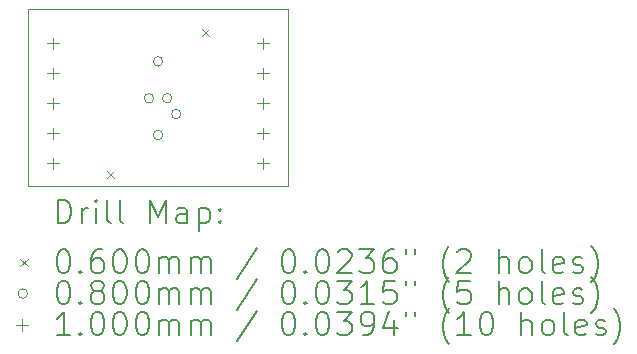
<source format=gbr>
%TF.GenerationSoftware,KiCad,Pcbnew,(6.0.9)*%
%TF.CreationDate,2024-12-23T09:20:38+09:00*%
%TF.ProjectId,Nuvistor,4e757669-7374-46f7-922e-6b696361645f,rev?*%
%TF.SameCoordinates,Original*%
%TF.FileFunction,Drillmap*%
%TF.FilePolarity,Positive*%
%FSLAX45Y45*%
G04 Gerber Fmt 4.5, Leading zero omitted, Abs format (unit mm)*
G04 Created by KiCad (PCBNEW (6.0.9)) date 2024-12-23 09:20:38*
%MOMM*%
%LPD*%
G01*
G04 APERTURE LIST*
%ADD10C,0.100000*%
%ADD11C,0.200000*%
%ADD12C,0.060000*%
%ADD13C,0.080000*%
G04 APERTURE END LIST*
D10*
X2329000Y-2292450D02*
X4529000Y-2292450D01*
X2329000Y-3792450D02*
X2329000Y-2292450D01*
X4529000Y-2292450D02*
X4529000Y-3792450D01*
X4529000Y-3792450D02*
X2329000Y-3792450D01*
D11*
D12*
X2999000Y-3662450D02*
X3059000Y-3722450D01*
X3059000Y-3662450D02*
X2999000Y-3722450D01*
X3799000Y-2462450D02*
X3859000Y-2522450D01*
X3859000Y-2462450D02*
X3799000Y-2522450D01*
D13*
X3392020Y-3048000D02*
G75*
G03*
X3392020Y-3048000I-40000J0D01*
G01*
X3469000Y-2736850D02*
G75*
G03*
X3469000Y-2736850I-40000J0D01*
G01*
X3469000Y-3359150D02*
G75*
G03*
X3469000Y-3359150I-40000J0D01*
G01*
X3545980Y-3048000D02*
G75*
G03*
X3545980Y-3048000I-40000J0D01*
G01*
X3622900Y-3181350D02*
G75*
G03*
X3622900Y-3181350I-40000J0D01*
G01*
D10*
X2540000Y-2534450D02*
X2540000Y-2634450D01*
X2490000Y-2584450D02*
X2590000Y-2584450D01*
X2540000Y-2788450D02*
X2540000Y-2888450D01*
X2490000Y-2838450D02*
X2590000Y-2838450D01*
X2540000Y-3042450D02*
X2540000Y-3142450D01*
X2490000Y-3092450D02*
X2590000Y-3092450D01*
X2540000Y-3296450D02*
X2540000Y-3396450D01*
X2490000Y-3346450D02*
X2590000Y-3346450D01*
X2540000Y-3550450D02*
X2540000Y-3650450D01*
X2490000Y-3600450D02*
X2590000Y-3600450D01*
X4318000Y-2534450D02*
X4318000Y-2634450D01*
X4268000Y-2584450D02*
X4368000Y-2584450D01*
X4318000Y-2788450D02*
X4318000Y-2888450D01*
X4268000Y-2838450D02*
X4368000Y-2838450D01*
X4318000Y-3042450D02*
X4318000Y-3142450D01*
X4268000Y-3092450D02*
X4368000Y-3092450D01*
X4318000Y-3296450D02*
X4318000Y-3396450D01*
X4268000Y-3346450D02*
X4368000Y-3346450D01*
X4318000Y-3550450D02*
X4318000Y-3650450D01*
X4268000Y-3600450D02*
X4368000Y-3600450D01*
D11*
X2581619Y-4107926D02*
X2581619Y-3907926D01*
X2629238Y-3907926D01*
X2657810Y-3917450D01*
X2676857Y-3936498D01*
X2686381Y-3955545D01*
X2695905Y-3993640D01*
X2695905Y-4022212D01*
X2686381Y-4060307D01*
X2676857Y-4079355D01*
X2657810Y-4098402D01*
X2629238Y-4107926D01*
X2581619Y-4107926D01*
X2781619Y-4107926D02*
X2781619Y-3974593D01*
X2781619Y-4012688D02*
X2791143Y-3993640D01*
X2800667Y-3984117D01*
X2819714Y-3974593D01*
X2838762Y-3974593D01*
X2905428Y-4107926D02*
X2905428Y-3974593D01*
X2905428Y-3907926D02*
X2895905Y-3917450D01*
X2905428Y-3926974D01*
X2914952Y-3917450D01*
X2905428Y-3907926D01*
X2905428Y-3926974D01*
X3029238Y-4107926D02*
X3010190Y-4098402D01*
X3000667Y-4079355D01*
X3000667Y-3907926D01*
X3134000Y-4107926D02*
X3114952Y-4098402D01*
X3105428Y-4079355D01*
X3105428Y-3907926D01*
X3362571Y-4107926D02*
X3362571Y-3907926D01*
X3429238Y-4050783D01*
X3495905Y-3907926D01*
X3495905Y-4107926D01*
X3676857Y-4107926D02*
X3676857Y-4003164D01*
X3667333Y-3984117D01*
X3648286Y-3974593D01*
X3610190Y-3974593D01*
X3591143Y-3984117D01*
X3676857Y-4098402D02*
X3657809Y-4107926D01*
X3610190Y-4107926D01*
X3591143Y-4098402D01*
X3581619Y-4079355D01*
X3581619Y-4060307D01*
X3591143Y-4041259D01*
X3610190Y-4031736D01*
X3657809Y-4031736D01*
X3676857Y-4022212D01*
X3772095Y-3974593D02*
X3772095Y-4174593D01*
X3772095Y-3984117D02*
X3791143Y-3974593D01*
X3829238Y-3974593D01*
X3848286Y-3984117D01*
X3857809Y-3993640D01*
X3867333Y-4012688D01*
X3867333Y-4069831D01*
X3857809Y-4088878D01*
X3848286Y-4098402D01*
X3829238Y-4107926D01*
X3791143Y-4107926D01*
X3772095Y-4098402D01*
X3953048Y-4088878D02*
X3962571Y-4098402D01*
X3953048Y-4107926D01*
X3943524Y-4098402D01*
X3953048Y-4088878D01*
X3953048Y-4107926D01*
X3953048Y-3984117D02*
X3962571Y-3993640D01*
X3953048Y-4003164D01*
X3943524Y-3993640D01*
X3953048Y-3984117D01*
X3953048Y-4003164D01*
D12*
X2264000Y-4407450D02*
X2324000Y-4467450D01*
X2324000Y-4407450D02*
X2264000Y-4467450D01*
D11*
X2619714Y-4327926D02*
X2638762Y-4327926D01*
X2657810Y-4337450D01*
X2667333Y-4346974D01*
X2676857Y-4366021D01*
X2686381Y-4404117D01*
X2686381Y-4451736D01*
X2676857Y-4489831D01*
X2667333Y-4508879D01*
X2657810Y-4518402D01*
X2638762Y-4527926D01*
X2619714Y-4527926D01*
X2600667Y-4518402D01*
X2591143Y-4508879D01*
X2581619Y-4489831D01*
X2572095Y-4451736D01*
X2572095Y-4404117D01*
X2581619Y-4366021D01*
X2591143Y-4346974D01*
X2600667Y-4337450D01*
X2619714Y-4327926D01*
X2772095Y-4508879D02*
X2781619Y-4518402D01*
X2772095Y-4527926D01*
X2762571Y-4518402D01*
X2772095Y-4508879D01*
X2772095Y-4527926D01*
X2953048Y-4327926D02*
X2914952Y-4327926D01*
X2895905Y-4337450D01*
X2886381Y-4346974D01*
X2867333Y-4375545D01*
X2857809Y-4413640D01*
X2857809Y-4489831D01*
X2867333Y-4508879D01*
X2876857Y-4518402D01*
X2895905Y-4527926D01*
X2934000Y-4527926D01*
X2953048Y-4518402D01*
X2962571Y-4508879D01*
X2972095Y-4489831D01*
X2972095Y-4442212D01*
X2962571Y-4423164D01*
X2953048Y-4413640D01*
X2934000Y-4404117D01*
X2895905Y-4404117D01*
X2876857Y-4413640D01*
X2867333Y-4423164D01*
X2857809Y-4442212D01*
X3095905Y-4327926D02*
X3114952Y-4327926D01*
X3134000Y-4337450D01*
X3143524Y-4346974D01*
X3153048Y-4366021D01*
X3162571Y-4404117D01*
X3162571Y-4451736D01*
X3153048Y-4489831D01*
X3143524Y-4508879D01*
X3134000Y-4518402D01*
X3114952Y-4527926D01*
X3095905Y-4527926D01*
X3076857Y-4518402D01*
X3067333Y-4508879D01*
X3057809Y-4489831D01*
X3048286Y-4451736D01*
X3048286Y-4404117D01*
X3057809Y-4366021D01*
X3067333Y-4346974D01*
X3076857Y-4337450D01*
X3095905Y-4327926D01*
X3286381Y-4327926D02*
X3305428Y-4327926D01*
X3324476Y-4337450D01*
X3334000Y-4346974D01*
X3343524Y-4366021D01*
X3353048Y-4404117D01*
X3353048Y-4451736D01*
X3343524Y-4489831D01*
X3334000Y-4508879D01*
X3324476Y-4518402D01*
X3305428Y-4527926D01*
X3286381Y-4527926D01*
X3267333Y-4518402D01*
X3257809Y-4508879D01*
X3248286Y-4489831D01*
X3238762Y-4451736D01*
X3238762Y-4404117D01*
X3248286Y-4366021D01*
X3257809Y-4346974D01*
X3267333Y-4337450D01*
X3286381Y-4327926D01*
X3438762Y-4527926D02*
X3438762Y-4394593D01*
X3438762Y-4413640D02*
X3448286Y-4404117D01*
X3467333Y-4394593D01*
X3495905Y-4394593D01*
X3514952Y-4404117D01*
X3524476Y-4423164D01*
X3524476Y-4527926D01*
X3524476Y-4423164D02*
X3534000Y-4404117D01*
X3553048Y-4394593D01*
X3581619Y-4394593D01*
X3600667Y-4404117D01*
X3610190Y-4423164D01*
X3610190Y-4527926D01*
X3705428Y-4527926D02*
X3705428Y-4394593D01*
X3705428Y-4413640D02*
X3714952Y-4404117D01*
X3734000Y-4394593D01*
X3762571Y-4394593D01*
X3781619Y-4404117D01*
X3791143Y-4423164D01*
X3791143Y-4527926D01*
X3791143Y-4423164D02*
X3800667Y-4404117D01*
X3819714Y-4394593D01*
X3848286Y-4394593D01*
X3867333Y-4404117D01*
X3876857Y-4423164D01*
X3876857Y-4527926D01*
X4267333Y-4318402D02*
X4095905Y-4575545D01*
X4524476Y-4327926D02*
X4543524Y-4327926D01*
X4562571Y-4337450D01*
X4572095Y-4346974D01*
X4581619Y-4366021D01*
X4591143Y-4404117D01*
X4591143Y-4451736D01*
X4581619Y-4489831D01*
X4572095Y-4508879D01*
X4562571Y-4518402D01*
X4543524Y-4527926D01*
X4524476Y-4527926D01*
X4505429Y-4518402D01*
X4495905Y-4508879D01*
X4486381Y-4489831D01*
X4476857Y-4451736D01*
X4476857Y-4404117D01*
X4486381Y-4366021D01*
X4495905Y-4346974D01*
X4505429Y-4337450D01*
X4524476Y-4327926D01*
X4676857Y-4508879D02*
X4686381Y-4518402D01*
X4676857Y-4527926D01*
X4667333Y-4518402D01*
X4676857Y-4508879D01*
X4676857Y-4527926D01*
X4810190Y-4327926D02*
X4829238Y-4327926D01*
X4848286Y-4337450D01*
X4857810Y-4346974D01*
X4867333Y-4366021D01*
X4876857Y-4404117D01*
X4876857Y-4451736D01*
X4867333Y-4489831D01*
X4857810Y-4508879D01*
X4848286Y-4518402D01*
X4829238Y-4527926D01*
X4810190Y-4527926D01*
X4791143Y-4518402D01*
X4781619Y-4508879D01*
X4772095Y-4489831D01*
X4762571Y-4451736D01*
X4762571Y-4404117D01*
X4772095Y-4366021D01*
X4781619Y-4346974D01*
X4791143Y-4337450D01*
X4810190Y-4327926D01*
X4953048Y-4346974D02*
X4962571Y-4337450D01*
X4981619Y-4327926D01*
X5029238Y-4327926D01*
X5048286Y-4337450D01*
X5057810Y-4346974D01*
X5067333Y-4366021D01*
X5067333Y-4385069D01*
X5057810Y-4413640D01*
X4943524Y-4527926D01*
X5067333Y-4527926D01*
X5134000Y-4327926D02*
X5257810Y-4327926D01*
X5191143Y-4404117D01*
X5219714Y-4404117D01*
X5238762Y-4413640D01*
X5248286Y-4423164D01*
X5257810Y-4442212D01*
X5257810Y-4489831D01*
X5248286Y-4508879D01*
X5238762Y-4518402D01*
X5219714Y-4527926D01*
X5162571Y-4527926D01*
X5143524Y-4518402D01*
X5134000Y-4508879D01*
X5429238Y-4327926D02*
X5391143Y-4327926D01*
X5372095Y-4337450D01*
X5362571Y-4346974D01*
X5343524Y-4375545D01*
X5334000Y-4413640D01*
X5334000Y-4489831D01*
X5343524Y-4508879D01*
X5353048Y-4518402D01*
X5372095Y-4527926D01*
X5410190Y-4527926D01*
X5429238Y-4518402D01*
X5438762Y-4508879D01*
X5448286Y-4489831D01*
X5448286Y-4442212D01*
X5438762Y-4423164D01*
X5429238Y-4413640D01*
X5410190Y-4404117D01*
X5372095Y-4404117D01*
X5353048Y-4413640D01*
X5343524Y-4423164D01*
X5334000Y-4442212D01*
X5524476Y-4327926D02*
X5524476Y-4366021D01*
X5600667Y-4327926D02*
X5600667Y-4366021D01*
X5895905Y-4604117D02*
X5886381Y-4594593D01*
X5867333Y-4566021D01*
X5857809Y-4546974D01*
X5848286Y-4518402D01*
X5838762Y-4470783D01*
X5838762Y-4432688D01*
X5848286Y-4385069D01*
X5857809Y-4356498D01*
X5867333Y-4337450D01*
X5886381Y-4308879D01*
X5895905Y-4299355D01*
X5962571Y-4346974D02*
X5972095Y-4337450D01*
X5991143Y-4327926D01*
X6038762Y-4327926D01*
X6057809Y-4337450D01*
X6067333Y-4346974D01*
X6076857Y-4366021D01*
X6076857Y-4385069D01*
X6067333Y-4413640D01*
X5953048Y-4527926D01*
X6076857Y-4527926D01*
X6314952Y-4527926D02*
X6314952Y-4327926D01*
X6400667Y-4527926D02*
X6400667Y-4423164D01*
X6391143Y-4404117D01*
X6372095Y-4394593D01*
X6343524Y-4394593D01*
X6324476Y-4404117D01*
X6314952Y-4413640D01*
X6524476Y-4527926D02*
X6505428Y-4518402D01*
X6495905Y-4508879D01*
X6486381Y-4489831D01*
X6486381Y-4432688D01*
X6495905Y-4413640D01*
X6505428Y-4404117D01*
X6524476Y-4394593D01*
X6553048Y-4394593D01*
X6572095Y-4404117D01*
X6581619Y-4413640D01*
X6591143Y-4432688D01*
X6591143Y-4489831D01*
X6581619Y-4508879D01*
X6572095Y-4518402D01*
X6553048Y-4527926D01*
X6524476Y-4527926D01*
X6705428Y-4527926D02*
X6686381Y-4518402D01*
X6676857Y-4499355D01*
X6676857Y-4327926D01*
X6857809Y-4518402D02*
X6838762Y-4527926D01*
X6800667Y-4527926D01*
X6781619Y-4518402D01*
X6772095Y-4499355D01*
X6772095Y-4423164D01*
X6781619Y-4404117D01*
X6800667Y-4394593D01*
X6838762Y-4394593D01*
X6857809Y-4404117D01*
X6867333Y-4423164D01*
X6867333Y-4442212D01*
X6772095Y-4461260D01*
X6943524Y-4518402D02*
X6962571Y-4527926D01*
X7000667Y-4527926D01*
X7019714Y-4518402D01*
X7029238Y-4499355D01*
X7029238Y-4489831D01*
X7019714Y-4470783D01*
X7000667Y-4461260D01*
X6972095Y-4461260D01*
X6953048Y-4451736D01*
X6943524Y-4432688D01*
X6943524Y-4423164D01*
X6953048Y-4404117D01*
X6972095Y-4394593D01*
X7000667Y-4394593D01*
X7019714Y-4404117D01*
X7095905Y-4604117D02*
X7105428Y-4594593D01*
X7124476Y-4566021D01*
X7134000Y-4546974D01*
X7143524Y-4518402D01*
X7153048Y-4470783D01*
X7153048Y-4432688D01*
X7143524Y-4385069D01*
X7134000Y-4356498D01*
X7124476Y-4337450D01*
X7105428Y-4308879D01*
X7095905Y-4299355D01*
D13*
X2324000Y-4701450D02*
G75*
G03*
X2324000Y-4701450I-40000J0D01*
G01*
D11*
X2619714Y-4591926D02*
X2638762Y-4591926D01*
X2657810Y-4601450D01*
X2667333Y-4610974D01*
X2676857Y-4630021D01*
X2686381Y-4668117D01*
X2686381Y-4715736D01*
X2676857Y-4753831D01*
X2667333Y-4772879D01*
X2657810Y-4782402D01*
X2638762Y-4791926D01*
X2619714Y-4791926D01*
X2600667Y-4782402D01*
X2591143Y-4772879D01*
X2581619Y-4753831D01*
X2572095Y-4715736D01*
X2572095Y-4668117D01*
X2581619Y-4630021D01*
X2591143Y-4610974D01*
X2600667Y-4601450D01*
X2619714Y-4591926D01*
X2772095Y-4772879D02*
X2781619Y-4782402D01*
X2772095Y-4791926D01*
X2762571Y-4782402D01*
X2772095Y-4772879D01*
X2772095Y-4791926D01*
X2895905Y-4677640D02*
X2876857Y-4668117D01*
X2867333Y-4658593D01*
X2857809Y-4639545D01*
X2857809Y-4630021D01*
X2867333Y-4610974D01*
X2876857Y-4601450D01*
X2895905Y-4591926D01*
X2934000Y-4591926D01*
X2953048Y-4601450D01*
X2962571Y-4610974D01*
X2972095Y-4630021D01*
X2972095Y-4639545D01*
X2962571Y-4658593D01*
X2953048Y-4668117D01*
X2934000Y-4677640D01*
X2895905Y-4677640D01*
X2876857Y-4687164D01*
X2867333Y-4696688D01*
X2857809Y-4715736D01*
X2857809Y-4753831D01*
X2867333Y-4772879D01*
X2876857Y-4782402D01*
X2895905Y-4791926D01*
X2934000Y-4791926D01*
X2953048Y-4782402D01*
X2962571Y-4772879D01*
X2972095Y-4753831D01*
X2972095Y-4715736D01*
X2962571Y-4696688D01*
X2953048Y-4687164D01*
X2934000Y-4677640D01*
X3095905Y-4591926D02*
X3114952Y-4591926D01*
X3134000Y-4601450D01*
X3143524Y-4610974D01*
X3153048Y-4630021D01*
X3162571Y-4668117D01*
X3162571Y-4715736D01*
X3153048Y-4753831D01*
X3143524Y-4772879D01*
X3134000Y-4782402D01*
X3114952Y-4791926D01*
X3095905Y-4791926D01*
X3076857Y-4782402D01*
X3067333Y-4772879D01*
X3057809Y-4753831D01*
X3048286Y-4715736D01*
X3048286Y-4668117D01*
X3057809Y-4630021D01*
X3067333Y-4610974D01*
X3076857Y-4601450D01*
X3095905Y-4591926D01*
X3286381Y-4591926D02*
X3305428Y-4591926D01*
X3324476Y-4601450D01*
X3334000Y-4610974D01*
X3343524Y-4630021D01*
X3353048Y-4668117D01*
X3353048Y-4715736D01*
X3343524Y-4753831D01*
X3334000Y-4772879D01*
X3324476Y-4782402D01*
X3305428Y-4791926D01*
X3286381Y-4791926D01*
X3267333Y-4782402D01*
X3257809Y-4772879D01*
X3248286Y-4753831D01*
X3238762Y-4715736D01*
X3238762Y-4668117D01*
X3248286Y-4630021D01*
X3257809Y-4610974D01*
X3267333Y-4601450D01*
X3286381Y-4591926D01*
X3438762Y-4791926D02*
X3438762Y-4658593D01*
X3438762Y-4677640D02*
X3448286Y-4668117D01*
X3467333Y-4658593D01*
X3495905Y-4658593D01*
X3514952Y-4668117D01*
X3524476Y-4687164D01*
X3524476Y-4791926D01*
X3524476Y-4687164D02*
X3534000Y-4668117D01*
X3553048Y-4658593D01*
X3581619Y-4658593D01*
X3600667Y-4668117D01*
X3610190Y-4687164D01*
X3610190Y-4791926D01*
X3705428Y-4791926D02*
X3705428Y-4658593D01*
X3705428Y-4677640D02*
X3714952Y-4668117D01*
X3734000Y-4658593D01*
X3762571Y-4658593D01*
X3781619Y-4668117D01*
X3791143Y-4687164D01*
X3791143Y-4791926D01*
X3791143Y-4687164D02*
X3800667Y-4668117D01*
X3819714Y-4658593D01*
X3848286Y-4658593D01*
X3867333Y-4668117D01*
X3876857Y-4687164D01*
X3876857Y-4791926D01*
X4267333Y-4582402D02*
X4095905Y-4839545D01*
X4524476Y-4591926D02*
X4543524Y-4591926D01*
X4562571Y-4601450D01*
X4572095Y-4610974D01*
X4581619Y-4630021D01*
X4591143Y-4668117D01*
X4591143Y-4715736D01*
X4581619Y-4753831D01*
X4572095Y-4772879D01*
X4562571Y-4782402D01*
X4543524Y-4791926D01*
X4524476Y-4791926D01*
X4505429Y-4782402D01*
X4495905Y-4772879D01*
X4486381Y-4753831D01*
X4476857Y-4715736D01*
X4476857Y-4668117D01*
X4486381Y-4630021D01*
X4495905Y-4610974D01*
X4505429Y-4601450D01*
X4524476Y-4591926D01*
X4676857Y-4772879D02*
X4686381Y-4782402D01*
X4676857Y-4791926D01*
X4667333Y-4782402D01*
X4676857Y-4772879D01*
X4676857Y-4791926D01*
X4810190Y-4591926D02*
X4829238Y-4591926D01*
X4848286Y-4601450D01*
X4857810Y-4610974D01*
X4867333Y-4630021D01*
X4876857Y-4668117D01*
X4876857Y-4715736D01*
X4867333Y-4753831D01*
X4857810Y-4772879D01*
X4848286Y-4782402D01*
X4829238Y-4791926D01*
X4810190Y-4791926D01*
X4791143Y-4782402D01*
X4781619Y-4772879D01*
X4772095Y-4753831D01*
X4762571Y-4715736D01*
X4762571Y-4668117D01*
X4772095Y-4630021D01*
X4781619Y-4610974D01*
X4791143Y-4601450D01*
X4810190Y-4591926D01*
X4943524Y-4591926D02*
X5067333Y-4591926D01*
X5000667Y-4668117D01*
X5029238Y-4668117D01*
X5048286Y-4677640D01*
X5057810Y-4687164D01*
X5067333Y-4706212D01*
X5067333Y-4753831D01*
X5057810Y-4772879D01*
X5048286Y-4782402D01*
X5029238Y-4791926D01*
X4972095Y-4791926D01*
X4953048Y-4782402D01*
X4943524Y-4772879D01*
X5257810Y-4791926D02*
X5143524Y-4791926D01*
X5200667Y-4791926D02*
X5200667Y-4591926D01*
X5181619Y-4620498D01*
X5162571Y-4639545D01*
X5143524Y-4649069D01*
X5438762Y-4591926D02*
X5343524Y-4591926D01*
X5334000Y-4687164D01*
X5343524Y-4677640D01*
X5362571Y-4668117D01*
X5410190Y-4668117D01*
X5429238Y-4677640D01*
X5438762Y-4687164D01*
X5448286Y-4706212D01*
X5448286Y-4753831D01*
X5438762Y-4772879D01*
X5429238Y-4782402D01*
X5410190Y-4791926D01*
X5362571Y-4791926D01*
X5343524Y-4782402D01*
X5334000Y-4772879D01*
X5524476Y-4591926D02*
X5524476Y-4630021D01*
X5600667Y-4591926D02*
X5600667Y-4630021D01*
X5895905Y-4868117D02*
X5886381Y-4858593D01*
X5867333Y-4830021D01*
X5857809Y-4810974D01*
X5848286Y-4782402D01*
X5838762Y-4734783D01*
X5838762Y-4696688D01*
X5848286Y-4649069D01*
X5857809Y-4620498D01*
X5867333Y-4601450D01*
X5886381Y-4572879D01*
X5895905Y-4563355D01*
X6067333Y-4591926D02*
X5972095Y-4591926D01*
X5962571Y-4687164D01*
X5972095Y-4677640D01*
X5991143Y-4668117D01*
X6038762Y-4668117D01*
X6057809Y-4677640D01*
X6067333Y-4687164D01*
X6076857Y-4706212D01*
X6076857Y-4753831D01*
X6067333Y-4772879D01*
X6057809Y-4782402D01*
X6038762Y-4791926D01*
X5991143Y-4791926D01*
X5972095Y-4782402D01*
X5962571Y-4772879D01*
X6314952Y-4791926D02*
X6314952Y-4591926D01*
X6400667Y-4791926D02*
X6400667Y-4687164D01*
X6391143Y-4668117D01*
X6372095Y-4658593D01*
X6343524Y-4658593D01*
X6324476Y-4668117D01*
X6314952Y-4677640D01*
X6524476Y-4791926D02*
X6505428Y-4782402D01*
X6495905Y-4772879D01*
X6486381Y-4753831D01*
X6486381Y-4696688D01*
X6495905Y-4677640D01*
X6505428Y-4668117D01*
X6524476Y-4658593D01*
X6553048Y-4658593D01*
X6572095Y-4668117D01*
X6581619Y-4677640D01*
X6591143Y-4696688D01*
X6591143Y-4753831D01*
X6581619Y-4772879D01*
X6572095Y-4782402D01*
X6553048Y-4791926D01*
X6524476Y-4791926D01*
X6705428Y-4791926D02*
X6686381Y-4782402D01*
X6676857Y-4763355D01*
X6676857Y-4591926D01*
X6857809Y-4782402D02*
X6838762Y-4791926D01*
X6800667Y-4791926D01*
X6781619Y-4782402D01*
X6772095Y-4763355D01*
X6772095Y-4687164D01*
X6781619Y-4668117D01*
X6800667Y-4658593D01*
X6838762Y-4658593D01*
X6857809Y-4668117D01*
X6867333Y-4687164D01*
X6867333Y-4706212D01*
X6772095Y-4725260D01*
X6943524Y-4782402D02*
X6962571Y-4791926D01*
X7000667Y-4791926D01*
X7019714Y-4782402D01*
X7029238Y-4763355D01*
X7029238Y-4753831D01*
X7019714Y-4734783D01*
X7000667Y-4725260D01*
X6972095Y-4725260D01*
X6953048Y-4715736D01*
X6943524Y-4696688D01*
X6943524Y-4687164D01*
X6953048Y-4668117D01*
X6972095Y-4658593D01*
X7000667Y-4658593D01*
X7019714Y-4668117D01*
X7095905Y-4868117D02*
X7105428Y-4858593D01*
X7124476Y-4830021D01*
X7134000Y-4810974D01*
X7143524Y-4782402D01*
X7153048Y-4734783D01*
X7153048Y-4696688D01*
X7143524Y-4649069D01*
X7134000Y-4620498D01*
X7124476Y-4601450D01*
X7105428Y-4572879D01*
X7095905Y-4563355D01*
D10*
X2274000Y-4915450D02*
X2274000Y-5015450D01*
X2224000Y-4965450D02*
X2324000Y-4965450D01*
D11*
X2686381Y-5055926D02*
X2572095Y-5055926D01*
X2629238Y-5055926D02*
X2629238Y-4855926D01*
X2610190Y-4884498D01*
X2591143Y-4903545D01*
X2572095Y-4913069D01*
X2772095Y-5036879D02*
X2781619Y-5046402D01*
X2772095Y-5055926D01*
X2762571Y-5046402D01*
X2772095Y-5036879D01*
X2772095Y-5055926D01*
X2905428Y-4855926D02*
X2924476Y-4855926D01*
X2943524Y-4865450D01*
X2953048Y-4874974D01*
X2962571Y-4894021D01*
X2972095Y-4932117D01*
X2972095Y-4979736D01*
X2962571Y-5017831D01*
X2953048Y-5036879D01*
X2943524Y-5046402D01*
X2924476Y-5055926D01*
X2905428Y-5055926D01*
X2886381Y-5046402D01*
X2876857Y-5036879D01*
X2867333Y-5017831D01*
X2857809Y-4979736D01*
X2857809Y-4932117D01*
X2867333Y-4894021D01*
X2876857Y-4874974D01*
X2886381Y-4865450D01*
X2905428Y-4855926D01*
X3095905Y-4855926D02*
X3114952Y-4855926D01*
X3134000Y-4865450D01*
X3143524Y-4874974D01*
X3153048Y-4894021D01*
X3162571Y-4932117D01*
X3162571Y-4979736D01*
X3153048Y-5017831D01*
X3143524Y-5036879D01*
X3134000Y-5046402D01*
X3114952Y-5055926D01*
X3095905Y-5055926D01*
X3076857Y-5046402D01*
X3067333Y-5036879D01*
X3057809Y-5017831D01*
X3048286Y-4979736D01*
X3048286Y-4932117D01*
X3057809Y-4894021D01*
X3067333Y-4874974D01*
X3076857Y-4865450D01*
X3095905Y-4855926D01*
X3286381Y-4855926D02*
X3305428Y-4855926D01*
X3324476Y-4865450D01*
X3334000Y-4874974D01*
X3343524Y-4894021D01*
X3353048Y-4932117D01*
X3353048Y-4979736D01*
X3343524Y-5017831D01*
X3334000Y-5036879D01*
X3324476Y-5046402D01*
X3305428Y-5055926D01*
X3286381Y-5055926D01*
X3267333Y-5046402D01*
X3257809Y-5036879D01*
X3248286Y-5017831D01*
X3238762Y-4979736D01*
X3238762Y-4932117D01*
X3248286Y-4894021D01*
X3257809Y-4874974D01*
X3267333Y-4865450D01*
X3286381Y-4855926D01*
X3438762Y-5055926D02*
X3438762Y-4922593D01*
X3438762Y-4941640D02*
X3448286Y-4932117D01*
X3467333Y-4922593D01*
X3495905Y-4922593D01*
X3514952Y-4932117D01*
X3524476Y-4951164D01*
X3524476Y-5055926D01*
X3524476Y-4951164D02*
X3534000Y-4932117D01*
X3553048Y-4922593D01*
X3581619Y-4922593D01*
X3600667Y-4932117D01*
X3610190Y-4951164D01*
X3610190Y-5055926D01*
X3705428Y-5055926D02*
X3705428Y-4922593D01*
X3705428Y-4941640D02*
X3714952Y-4932117D01*
X3734000Y-4922593D01*
X3762571Y-4922593D01*
X3781619Y-4932117D01*
X3791143Y-4951164D01*
X3791143Y-5055926D01*
X3791143Y-4951164D02*
X3800667Y-4932117D01*
X3819714Y-4922593D01*
X3848286Y-4922593D01*
X3867333Y-4932117D01*
X3876857Y-4951164D01*
X3876857Y-5055926D01*
X4267333Y-4846402D02*
X4095905Y-5103545D01*
X4524476Y-4855926D02*
X4543524Y-4855926D01*
X4562571Y-4865450D01*
X4572095Y-4874974D01*
X4581619Y-4894021D01*
X4591143Y-4932117D01*
X4591143Y-4979736D01*
X4581619Y-5017831D01*
X4572095Y-5036879D01*
X4562571Y-5046402D01*
X4543524Y-5055926D01*
X4524476Y-5055926D01*
X4505429Y-5046402D01*
X4495905Y-5036879D01*
X4486381Y-5017831D01*
X4476857Y-4979736D01*
X4476857Y-4932117D01*
X4486381Y-4894021D01*
X4495905Y-4874974D01*
X4505429Y-4865450D01*
X4524476Y-4855926D01*
X4676857Y-5036879D02*
X4686381Y-5046402D01*
X4676857Y-5055926D01*
X4667333Y-5046402D01*
X4676857Y-5036879D01*
X4676857Y-5055926D01*
X4810190Y-4855926D02*
X4829238Y-4855926D01*
X4848286Y-4865450D01*
X4857810Y-4874974D01*
X4867333Y-4894021D01*
X4876857Y-4932117D01*
X4876857Y-4979736D01*
X4867333Y-5017831D01*
X4857810Y-5036879D01*
X4848286Y-5046402D01*
X4829238Y-5055926D01*
X4810190Y-5055926D01*
X4791143Y-5046402D01*
X4781619Y-5036879D01*
X4772095Y-5017831D01*
X4762571Y-4979736D01*
X4762571Y-4932117D01*
X4772095Y-4894021D01*
X4781619Y-4874974D01*
X4791143Y-4865450D01*
X4810190Y-4855926D01*
X4943524Y-4855926D02*
X5067333Y-4855926D01*
X5000667Y-4932117D01*
X5029238Y-4932117D01*
X5048286Y-4941640D01*
X5057810Y-4951164D01*
X5067333Y-4970212D01*
X5067333Y-5017831D01*
X5057810Y-5036879D01*
X5048286Y-5046402D01*
X5029238Y-5055926D01*
X4972095Y-5055926D01*
X4953048Y-5046402D01*
X4943524Y-5036879D01*
X5162571Y-5055926D02*
X5200667Y-5055926D01*
X5219714Y-5046402D01*
X5229238Y-5036879D01*
X5248286Y-5008307D01*
X5257810Y-4970212D01*
X5257810Y-4894021D01*
X5248286Y-4874974D01*
X5238762Y-4865450D01*
X5219714Y-4855926D01*
X5181619Y-4855926D01*
X5162571Y-4865450D01*
X5153048Y-4874974D01*
X5143524Y-4894021D01*
X5143524Y-4941640D01*
X5153048Y-4960688D01*
X5162571Y-4970212D01*
X5181619Y-4979736D01*
X5219714Y-4979736D01*
X5238762Y-4970212D01*
X5248286Y-4960688D01*
X5257810Y-4941640D01*
X5429238Y-4922593D02*
X5429238Y-5055926D01*
X5381619Y-4846402D02*
X5334000Y-4989260D01*
X5457810Y-4989260D01*
X5524476Y-4855926D02*
X5524476Y-4894021D01*
X5600667Y-4855926D02*
X5600667Y-4894021D01*
X5895905Y-5132117D02*
X5886381Y-5122593D01*
X5867333Y-5094021D01*
X5857809Y-5074974D01*
X5848286Y-5046402D01*
X5838762Y-4998783D01*
X5838762Y-4960688D01*
X5848286Y-4913069D01*
X5857809Y-4884498D01*
X5867333Y-4865450D01*
X5886381Y-4836879D01*
X5895905Y-4827355D01*
X6076857Y-5055926D02*
X5962571Y-5055926D01*
X6019714Y-5055926D02*
X6019714Y-4855926D01*
X6000667Y-4884498D01*
X5981619Y-4903545D01*
X5962571Y-4913069D01*
X6200667Y-4855926D02*
X6219714Y-4855926D01*
X6238762Y-4865450D01*
X6248286Y-4874974D01*
X6257809Y-4894021D01*
X6267333Y-4932117D01*
X6267333Y-4979736D01*
X6257809Y-5017831D01*
X6248286Y-5036879D01*
X6238762Y-5046402D01*
X6219714Y-5055926D01*
X6200667Y-5055926D01*
X6181619Y-5046402D01*
X6172095Y-5036879D01*
X6162571Y-5017831D01*
X6153048Y-4979736D01*
X6153048Y-4932117D01*
X6162571Y-4894021D01*
X6172095Y-4874974D01*
X6181619Y-4865450D01*
X6200667Y-4855926D01*
X6505428Y-5055926D02*
X6505428Y-4855926D01*
X6591143Y-5055926D02*
X6591143Y-4951164D01*
X6581619Y-4932117D01*
X6562571Y-4922593D01*
X6534000Y-4922593D01*
X6514952Y-4932117D01*
X6505428Y-4941640D01*
X6714952Y-5055926D02*
X6695905Y-5046402D01*
X6686381Y-5036879D01*
X6676857Y-5017831D01*
X6676857Y-4960688D01*
X6686381Y-4941640D01*
X6695905Y-4932117D01*
X6714952Y-4922593D01*
X6743524Y-4922593D01*
X6762571Y-4932117D01*
X6772095Y-4941640D01*
X6781619Y-4960688D01*
X6781619Y-5017831D01*
X6772095Y-5036879D01*
X6762571Y-5046402D01*
X6743524Y-5055926D01*
X6714952Y-5055926D01*
X6895905Y-5055926D02*
X6876857Y-5046402D01*
X6867333Y-5027355D01*
X6867333Y-4855926D01*
X7048286Y-5046402D02*
X7029238Y-5055926D01*
X6991143Y-5055926D01*
X6972095Y-5046402D01*
X6962571Y-5027355D01*
X6962571Y-4951164D01*
X6972095Y-4932117D01*
X6991143Y-4922593D01*
X7029238Y-4922593D01*
X7048286Y-4932117D01*
X7057809Y-4951164D01*
X7057809Y-4970212D01*
X6962571Y-4989260D01*
X7134000Y-5046402D02*
X7153048Y-5055926D01*
X7191143Y-5055926D01*
X7210190Y-5046402D01*
X7219714Y-5027355D01*
X7219714Y-5017831D01*
X7210190Y-4998783D01*
X7191143Y-4989260D01*
X7162571Y-4989260D01*
X7143524Y-4979736D01*
X7134000Y-4960688D01*
X7134000Y-4951164D01*
X7143524Y-4932117D01*
X7162571Y-4922593D01*
X7191143Y-4922593D01*
X7210190Y-4932117D01*
X7286381Y-5132117D02*
X7295905Y-5122593D01*
X7314952Y-5094021D01*
X7324476Y-5074974D01*
X7334000Y-5046402D01*
X7343524Y-4998783D01*
X7343524Y-4960688D01*
X7334000Y-4913069D01*
X7324476Y-4884498D01*
X7314952Y-4865450D01*
X7295905Y-4836879D01*
X7286381Y-4827355D01*
M02*

</source>
